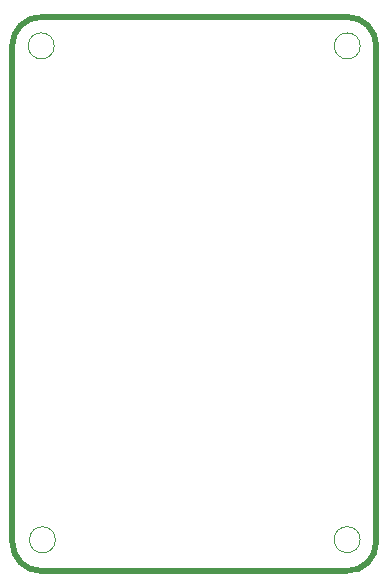
<source format=gbr>
%TF.GenerationSoftware,KiCad,Pcbnew,(6.0.0-rc1-323-gb9e66d8b98)*%
%TF.CreationDate,2021-12-29T00:01:46+08:00*%
%TF.ProjectId,AudioExtendBoard,41756469-6f45-4787-9465-6e64426f6172,rev?*%
%TF.SameCoordinates,Original*%
%TF.FileFunction,Profile,NP*%
%FSLAX46Y46*%
G04 Gerber Fmt 4.6, Leading zero omitted, Abs format (unit mm)*
G04 Created by KiCad (PCBNEW (6.0.0-rc1-323-gb9e66d8b98)) date 2021-12-29 00:01:46*
%MOMM*%
%LPD*%
G01*
G04 APERTURE LIST*
%TA.AperFunction,Profile*%
%ADD10C,0.500000*%
%TD*%
%TA.AperFunction,Profile*%
%ADD11C,0.100000*%
%TD*%
G04 APERTURE END LIST*
D10*
X167315842Y-79342949D02*
X193212335Y-79348753D01*
X193185363Y-126265858D02*
G75*
G03*
X195658307Y-123808802I15839J2457054D01*
G01*
X164844148Y-123791138D02*
G75*
G03*
X167301204Y-126264082I2457054J-15839D01*
G01*
X193185363Y-126265858D02*
X167291202Y-126264082D01*
D11*
X168400000Y-81800000D02*
G75*
G03*
X168400000Y-81800000I-1100000J0D01*
G01*
D10*
X167315842Y-79342949D02*
G75*
G03*
X164842898Y-81800005I-15842J-2457051D01*
G01*
X195669391Y-81821697D02*
X195658307Y-123808802D01*
D11*
X168498176Y-123618804D02*
G75*
G03*
X168498176Y-123618804I-1100000J0D01*
G01*
D10*
X164844148Y-123778804D02*
X164842898Y-81800005D01*
D11*
X194301202Y-123605858D02*
G75*
G03*
X194301202Y-123605858I-1100000J0D01*
G01*
D10*
X195669391Y-81821697D02*
G75*
G03*
X193212335Y-79348753I-2457054J15839D01*
G01*
D11*
X194312337Y-81805858D02*
G75*
G03*
X194312337Y-81805858I-1100000J0D01*
G01*
M02*

</source>
